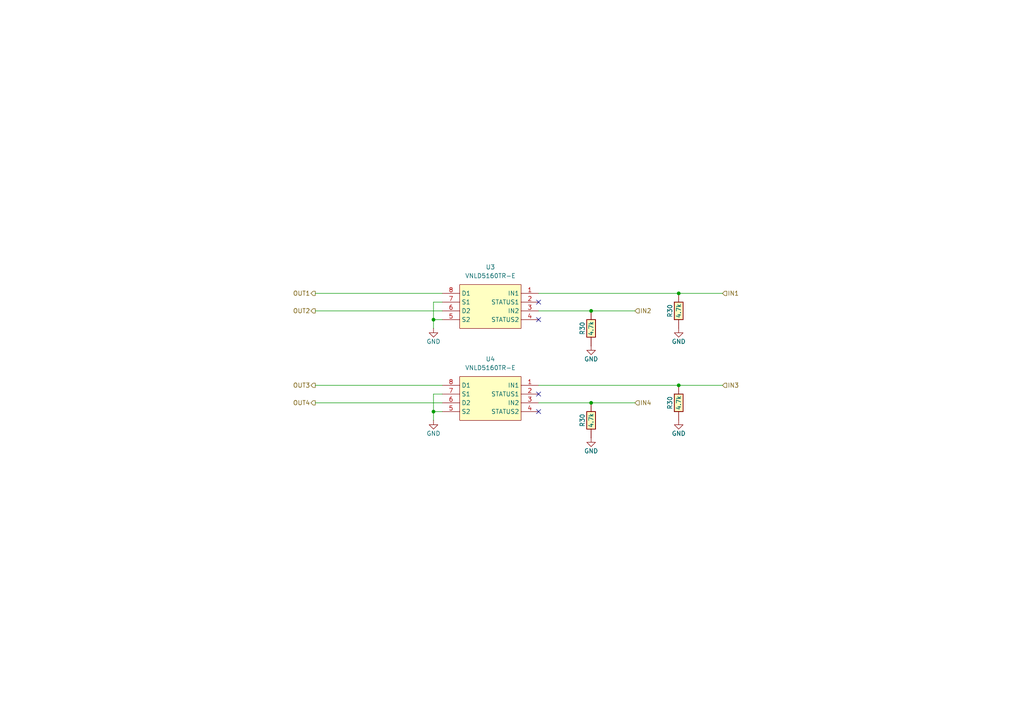
<source format=kicad_sch>
(kicad_sch (version 20231120) (generator "eeschema") (generator_version "8.0")
  (paper "A4")
  (title_block (title "UAEFI") (date "2025-04-30") (rev "E") (company "rusEFI.com"))
  (lib_symbols
    (symbol "chips:VNLD5160"
      (property "Reference" "U" (at 6.35 3.81 0))
      (property "Value" "VNLD5160TR-E" (at 12.7 -11.43 0))
      (symbol "VNLD5160_1_1"
        (rectangle (start 5.08 2.54) (end 22.86 -10.16) (fill (type background)))
        (pin input line (at 0 0 0) (length 5.08) (name "IN1") (number "1"))
        (pin open_collector line (at 0 -2.54 0) (length 5.08) (name "STATUS1") (number "2"))
        (pin input line (at 0 -5.08 0) (length 5.08) (name "IN2") (number "3"))
        (pin open_collector line (at 0 -7.62 0) (length 5.08) (name "STATUS2") (number "4"))
        (pin power_in line (at 27.94 -7.62 180) (length 5.08) (name "S2") (number "5"))
        (pin power_out line (at 27.94 -5.08 180) (length 5.08) (name "D2") (number "6"))
        (pin power_in line (at 27.94 -2.54 180) (length 5.08) (name "S1") (number "7"))
        (pin power_out line (at 27.94 0 180) (length 5.08) (name "D1") (number "8"))
      )
    )
    (symbol "hellen-one-common:Res" (pin_numbers hide)
      (property "Reference" "R" (at 3.81 2.54 0))
      (property "Value" "Res" (at 5.08 -2.54 0))
      (symbol "Res_1_0"
        (rectangle (start 2.54 -1.27) (end 7.62 1.27) (stroke (width 0.254)) (fill (type background)))
        (pin passive line (at 0 0 0) (length 2.54) (name "") (number "1"))
        (pin passive line (at 10.16 0 180) (length 2.54) (name "") (number "2"))
      )
    )
    (symbol "power:GND" (power) (pin_numbers hide) (pin_names (offset 0) hide)
      (property "Value" "GND" (at 0 -3.81 0))
      (symbol "GND_0_1"
        (polyline (pts (xy 0 0) (xy 0 -1.27) (xy 1.27 -1.27) (xy 0 -2.54) (xy -1.27 -1.27) (xy 0 -1.27)))
      )
      (symbol "GND_1_1"
        (pin power_in line (at 0 0 270) (length 0) (name "~") (number "1"))
      )
    )
  )
  (junction (at 171.45 90.17))
  (junction (at 171.45 116.84))
  (junction (at 125.73 119.38))
  (junction (at 125.73 92.71))
  (junction (at 196.85 85.09))
  (junction (at 196.85 111.76))
  (no_connect (at 156.21 92.71))
  (no_connect (at 156.21 119.38))
  (no_connect (at 156.21 114.3))
  (no_connect (at 156.21 87.63))
  (wire (pts (xy 125.73 114.3) (xy 128.27 114.3)))
  (wire (pts (xy 156.21 85.09) (xy 196.85 85.09)))
  (wire (pts (xy 125.73 119.38) (xy 125.73 114.3)))
  (wire (pts (xy 196.85 85.09) (xy 209.55 85.09)))
  (wire (pts (xy 196.85 111.76) (xy 209.55 111.76)))
  (wire (pts (xy 125.73 87.63) (xy 128.27 87.63)))
  (wire (pts (xy 156.21 116.84) (xy 171.45 116.84)))
  (wire (pts (xy 125.73 121.92) (xy 125.73 119.38)))
  (wire (pts (xy 91.44 85.09) (xy 128.27 85.09)))
  (wire (pts (xy 125.73 119.38) (xy 128.27 119.38)))
  (wire (pts (xy 125.73 92.71) (xy 125.73 87.63)))
  (wire (pts (xy 156.21 111.76) (xy 196.85 111.76)))
  (wire (pts (xy 171.45 90.17) (xy 184.15 90.17)))
  (wire (pts (xy 171.45 116.84) (xy 184.15 116.84)))
  (wire (pts (xy 91.44 116.84) (xy 128.27 116.84)))
  (wire (pts (xy 91.44 90.17) (xy 128.27 90.17)))
  (wire (pts (xy 91.44 111.76) (xy 128.27 111.76)))
  (wire (pts (xy 125.73 92.71) (xy 128.27 92.71)))
  (wire (pts (xy 125.73 95.25) (xy 125.73 92.71)))
  (wire (pts (xy 156.21 90.17) (xy 171.45 90.17)))
  (hierarchical_label "IN1" (shape input) (at 209.55 85.09 0))
  (hierarchical_label "OUT4" (shape output) (at 91.44 116.84 180))
  (hierarchical_label "OUT3" (shape output) (at 91.44 111.76 180))
  (hierarchical_label "OUT2" (shape output) (at 91.44 90.17 180))
  (hierarchical_label "IN2" (shape input) (at 184.15 90.17 0))
  (hierarchical_label "IN3" (shape input) (at 209.55 111.76 0))
  (hierarchical_label "OUT1" (shape output) (at 91.44 85.09 180))
  (hierarchical_label "IN4" (shape input) (at 184.15 116.84 0))
  (symbol (lib_id "hellen-one-common:Res") (at 196.85 95.25 90) (unit 1)
    (property "Reference" "R30" (at 194.31 90.17 0))
    (property "Value" "4.7k" (at 196.85 90.17 0))
    (property "Footprint" "hellen-one-common:R0603" (effects (hide yes)))
    (property "LCSC" "C23162" (effects (hide yes)))
    (instances (project "alphax_8ch" (path "" (reference "R30") (unit 1)) (path "" (reference "R67") (unit 1))) (project "uaefi" (path "" (reference "R18") (unit 1))))
  )
  (symbol (lib_id "hellen-one-common:Res") (at 196.85 121.92 90) (unit 1)
    (property "Reference" "R30" (at 194.31 116.84 0))
    (property "Value" "4.7k" (at 196.85 116.84 0))
    (property "Footprint" "hellen-one-common:R0603" (effects (hide yes)))
    (property "LCSC" "C23162" (effects (hide yes)))
    (instances (project "alphax_8ch" (path "" (reference "R30") (unit 1)) (path "" (reference "R67") (unit 1))) (project "uaefi" (path "" (reference "R19") (unit 1))))
  )
  (symbol (lib_id "power:GND") (at 125.73 95.25 0) (mirror y) (unit 1)
    (property "Reference" "#PWR092" (effects (hide yes)))
    (property "Value" "GND" (at 125.73 99.06 0))
    (property "Description" "Power symbol creates a global label with name \"GND\" , ground" (effects (hide yes)))
  )
  (symbol (lib_id "power:GND") (at 196.85 121.92 0) (mirror y) (unit 1)
    (property "Reference" "#PWR097" (effects (hide yes)))
    (property "Value" "GND" (at 196.85 125.73 0))
    (property "Description" "Power symbol creates a global label with name \"GND\" , ground" (effects (hide yes)))
  )
  (symbol (lib_id "chips:VNLD5160") (at 156.21 111.76 0) (mirror y) (unit 1)
    (property "Reference" "U4" (at 142.24 104.14 0))
    (property "Value" "VNLD5160TR-E" (at 142.24 106.68 0))
    (property "Footprint" "Package_SO:SOIC-8_3.9x4.9mm_P1.27mm" (effects (hide yes)))
    (property "LCSC" "C377942" (effects (hide yes)))
  )
  (symbol (lib_id "power:GND") (at 125.73 121.92 0) (mirror y) (unit 1)
    (property "Reference" "#PWR093" (effects (hide yes)))
    (property "Value" "GND" (at 125.73 125.73 0))
    (property "Description" "Power symbol creates a global label with name \"GND\" , ground" (effects (hide yes)))
  )
  (symbol (lib_id "power:GND") (at 171.45 100.33 0) (mirror y) (unit 1)
    (property "Reference" "#PWR094" (effects (hide yes)))
    (property "Value" "GND" (at 171.45 104.14 0))
    (property "Description" "Power symbol creates a global label with name \"GND\" , ground" (effects (hide yes)))
  )
  (symbol (lib_id "chips:VNLD5160") (at 156.21 85.09 0) (mirror y) (unit 1)
    (property "Reference" "U3" (at 142.24 77.47 0))
    (property "Value" "VNLD5160TR-E" (at 142.24 80.01 0))
    (property "Footprint" "Package_SO:SOIC-8_3.9x4.9mm_P1.27mm" (effects (hide yes)))
    (property "LCSC" "C377942" (effects (hide yes)))
  )
  (symbol (lib_id "power:GND") (at 196.85 95.25 0) (mirror y) (unit 1)
    (property "Reference" "#PWR096" (effects (hide yes)))
    (property "Value" "GND" (at 196.85 99.06 0))
    (property "Description" "Power symbol creates a global label with name \"GND\" , ground" (effects (hide yes)))
  )
  (symbol (lib_id "power:GND") (at 171.45 127 0) (mirror y) (unit 1)
    (property "Reference" "#PWR095" (effects (hide yes)))
    (property "Value" "GND" (at 171.45 130.81 0))
    (property "Description" "Power symbol creates a global label with name \"GND\" , ground" (effects (hide yes)))
  )
  (symbol (lib_id "hellen-one-common:Res") (at 171.45 127 90) (unit 1)
    (property "Reference" "R30" (at 168.91 121.92 0))
    (property "Value" "4.7k" (at 171.45 121.92 0))
    (property "Footprint" "hellen-one-common:R0603" (effects (hide yes)))
    (property "LCSC" "C23162" (effects (hide yes)))
    (instances (project "alphax_8ch" (path "" (reference "R30") (unit 1)) (path "" (reference "R67") (unit 1))) (project "uaefi" (path "" (reference "R17") (unit 1))))
  )
  (symbol (lib_id "hellen-one-common:Res") (at 171.45 100.33 90) (unit 1)
    (property "Reference" "R30" (at 168.91 95.25 0))
    (property "Value" "4.7k" (at 171.45 95.25 0))
    (property "Footprint" "hellen-one-common:R0603" (effects (hide yes)))
    (property "LCSC" "C23162" (effects (hide yes)))
    (instances (project "alphax_8ch" (path "" (reference "R30") (unit 1)) (path "" (reference "R67") (unit 1))) (project "uaefi" (path "" (reference "R16") (unit 1))))
  )
)
</source>
